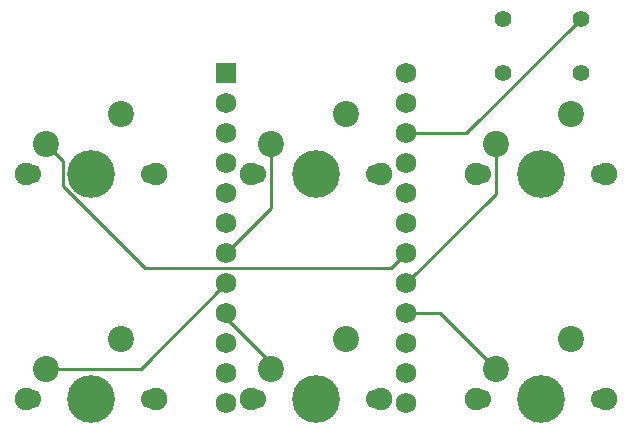
<source format=gbr>
%TF.GenerationSoftware,Altium Limited,Altium Designer,20.1.12 (249)*%
G04 Layer_Physical_Order=2*
G04 Layer_Color=16711680*
%FSLAX26Y26*%
%MOIN*%
%TF.SameCoordinates,4EBFCD2D-B14F-4313-BC4F-D652A0771492*%
%TF.FilePolarity,Positive*%
%TF.FileFunction,Copper,L2,Bot,Signal*%
%TF.Part,Single*%
G01*
G75*
%TA.AperFunction,ComponentPad*%
%ADD10C,0.159449*%
%ADD11C,0.074803*%
%ADD12C,0.066929*%
%ADD13C,0.086614*%
%ADD14C,0.069016*%
%ADD15R,0.069016X0.069016*%
%ADD16C,0.055118*%
%TA.AperFunction,Conductor*%
%ADD17C,0.010000*%
D10*
X1089173Y1084842D02*
D03*
X339961Y335630D02*
D03*
X1838386D02*
D03*
X1089173D02*
D03*
X339961Y1084842D02*
D03*
X1838386D02*
D03*
D11*
X1305709D02*
D03*
X872638D02*
D03*
X556496Y335630D02*
D03*
X123425D02*
D03*
X2054921D02*
D03*
X1621850D02*
D03*
X1305709D02*
D03*
X872638D02*
D03*
X556496Y1084842D02*
D03*
X123425D02*
D03*
X2054921D02*
D03*
X1621850D02*
D03*
D12*
X1289173D02*
D03*
X889173D02*
D03*
X539961Y335630D02*
D03*
X139961D02*
D03*
X2038386D02*
D03*
X1638386D02*
D03*
X1289173D02*
D03*
X889173D02*
D03*
X539961Y1084842D02*
D03*
X139961D02*
D03*
X2038386D02*
D03*
X1638386D02*
D03*
D13*
X1189173Y1284842D02*
D03*
X939173Y1184842D02*
D03*
X439961Y535630D02*
D03*
X189961Y435630D02*
D03*
X1938386Y535630D02*
D03*
X1688386Y435630D02*
D03*
X1189173Y535630D02*
D03*
X939173Y435630D02*
D03*
X439961Y1284842D02*
D03*
X189961Y1184842D02*
D03*
X1938386Y1284842D02*
D03*
X1688386Y1184842D02*
D03*
D14*
X1389764Y1220472D02*
D03*
Y420472D02*
D03*
Y820472D02*
D03*
Y320472D02*
D03*
Y620472D02*
D03*
Y520472D02*
D03*
Y1020472D02*
D03*
Y920472D02*
D03*
Y1320472D02*
D03*
Y1120472D02*
D03*
Y1420472D02*
D03*
Y720472D02*
D03*
X789764Y420472D02*
D03*
Y820472D02*
D03*
Y1220472D02*
D03*
Y320472D02*
D03*
Y620472D02*
D03*
Y520472D02*
D03*
Y1020472D02*
D03*
Y920472D02*
D03*
Y1120472D02*
D03*
Y1320472D02*
D03*
Y720472D02*
D03*
D15*
Y1420472D02*
D03*
D16*
X1712599Y1421260D02*
D03*
Y1602362D02*
D03*
X1972441Y1421260D02*
D03*
Y1602362D02*
D03*
D17*
X1340256Y770965D02*
X1389764Y820472D01*
X245236Y1045606D02*
X519878Y770965D01*
X245236Y1045606D02*
Y1129567D01*
X189961Y1184842D02*
X245236Y1129567D01*
X519878Y770965D02*
X1340256D01*
X939173Y969882D02*
Y1184842D01*
X789764Y820472D02*
X939173Y969882D01*
X1590551Y1220472D02*
X1972441Y1602362D01*
X1389764Y1220472D02*
X1590551D01*
X1389764Y720472D02*
X1688386Y1019095D01*
Y1184842D01*
X1389764Y620472D02*
X1503543D01*
X1688386Y435630D01*
X939173D02*
Y455093D01*
X789764Y604503D02*
X939173Y455093D01*
X789764Y604503D02*
Y620472D01*
X189961Y435630D02*
X504921D01*
X789764Y720472D01*
%TF.MD5,682b0a9984d5dc55fa0c360da36365b7*%
M02*

</source>
